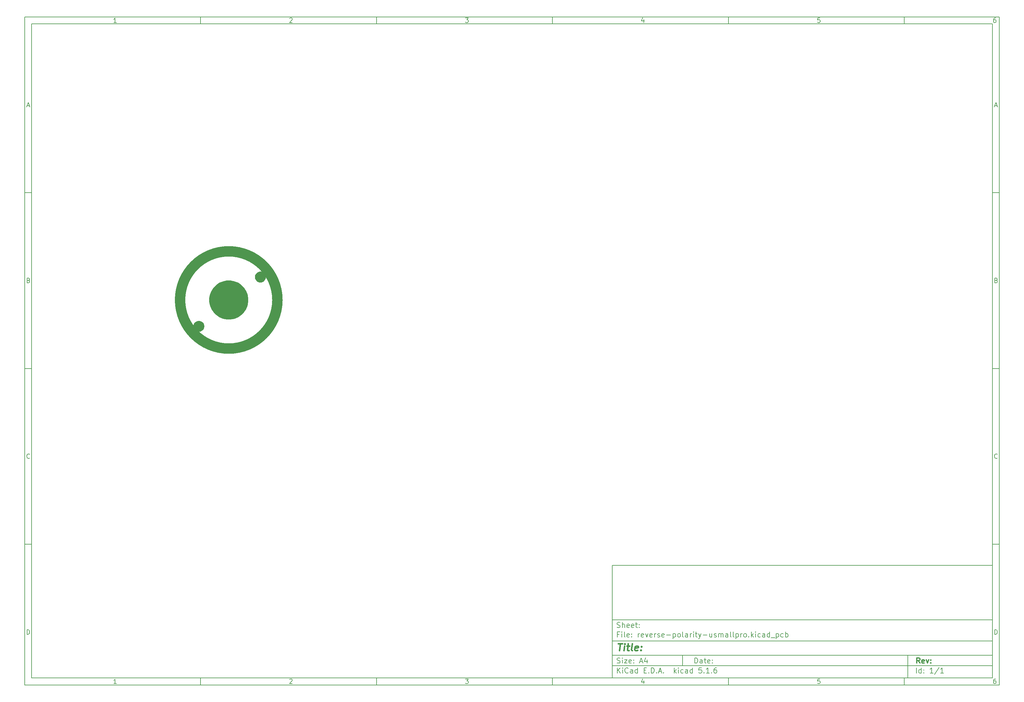
<source format=gbr>
G04 #@! TF.GenerationSoftware,KiCad,Pcbnew,5.1.6*
G04 #@! TF.CreationDate,2020-09-05T15:35:29+02:00*
G04 #@! TF.ProjectId,reverse-polarity-usmallpro,72657665-7273-4652-9d70-6f6c61726974,rev?*
G04 #@! TF.SameCoordinates,Original*
G04 #@! TF.FileFunction,Soldermask,Bot*
G04 #@! TF.FilePolarity,Negative*
%FSLAX46Y46*%
G04 Gerber Fmt 4.6, Leading zero omitted, Abs format (unit mm)*
G04 Created by KiCad (PCBNEW 5.1.6) date 2020-09-05 15:35:29*
%MOMM*%
%LPD*%
G01*
G04 APERTURE LIST*
%ADD10C,0.100000*%
%ADD11C,0.150000*%
%ADD12C,0.300000*%
%ADD13C,0.400000*%
%ADD14C,3.000000*%
G04 APERTURE END LIST*
D10*
D11*
X177002200Y-166007200D02*
X177002200Y-198007200D01*
X285002200Y-198007200D01*
X285002200Y-166007200D01*
X177002200Y-166007200D01*
D10*
D11*
X10000000Y-10000000D02*
X10000000Y-200007200D01*
X287002200Y-200007200D01*
X287002200Y-10000000D01*
X10000000Y-10000000D01*
D10*
D11*
X12000000Y-12000000D02*
X12000000Y-198007200D01*
X285002200Y-198007200D01*
X285002200Y-12000000D01*
X12000000Y-12000000D01*
D10*
D11*
X60000000Y-12000000D02*
X60000000Y-10000000D01*
D10*
D11*
X110000000Y-12000000D02*
X110000000Y-10000000D01*
D10*
D11*
X160000000Y-12000000D02*
X160000000Y-10000000D01*
D10*
D11*
X210000000Y-12000000D02*
X210000000Y-10000000D01*
D10*
D11*
X260000000Y-12000000D02*
X260000000Y-10000000D01*
D10*
D11*
X36065476Y-11588095D02*
X35322619Y-11588095D01*
X35694047Y-11588095D02*
X35694047Y-10288095D01*
X35570238Y-10473809D01*
X35446428Y-10597619D01*
X35322619Y-10659523D01*
D10*
D11*
X85322619Y-10411904D02*
X85384523Y-10350000D01*
X85508333Y-10288095D01*
X85817857Y-10288095D01*
X85941666Y-10350000D01*
X86003571Y-10411904D01*
X86065476Y-10535714D01*
X86065476Y-10659523D01*
X86003571Y-10845238D01*
X85260714Y-11588095D01*
X86065476Y-11588095D01*
D10*
D11*
X135260714Y-10288095D02*
X136065476Y-10288095D01*
X135632142Y-10783333D01*
X135817857Y-10783333D01*
X135941666Y-10845238D01*
X136003571Y-10907142D01*
X136065476Y-11030952D01*
X136065476Y-11340476D01*
X136003571Y-11464285D01*
X135941666Y-11526190D01*
X135817857Y-11588095D01*
X135446428Y-11588095D01*
X135322619Y-11526190D01*
X135260714Y-11464285D01*
D10*
D11*
X185941666Y-10721428D02*
X185941666Y-11588095D01*
X185632142Y-10226190D02*
X185322619Y-11154761D01*
X186127380Y-11154761D01*
D10*
D11*
X236003571Y-10288095D02*
X235384523Y-10288095D01*
X235322619Y-10907142D01*
X235384523Y-10845238D01*
X235508333Y-10783333D01*
X235817857Y-10783333D01*
X235941666Y-10845238D01*
X236003571Y-10907142D01*
X236065476Y-11030952D01*
X236065476Y-11340476D01*
X236003571Y-11464285D01*
X235941666Y-11526190D01*
X235817857Y-11588095D01*
X235508333Y-11588095D01*
X235384523Y-11526190D01*
X235322619Y-11464285D01*
D10*
D11*
X285941666Y-10288095D02*
X285694047Y-10288095D01*
X285570238Y-10350000D01*
X285508333Y-10411904D01*
X285384523Y-10597619D01*
X285322619Y-10845238D01*
X285322619Y-11340476D01*
X285384523Y-11464285D01*
X285446428Y-11526190D01*
X285570238Y-11588095D01*
X285817857Y-11588095D01*
X285941666Y-11526190D01*
X286003571Y-11464285D01*
X286065476Y-11340476D01*
X286065476Y-11030952D01*
X286003571Y-10907142D01*
X285941666Y-10845238D01*
X285817857Y-10783333D01*
X285570238Y-10783333D01*
X285446428Y-10845238D01*
X285384523Y-10907142D01*
X285322619Y-11030952D01*
D10*
D11*
X60000000Y-198007200D02*
X60000000Y-200007200D01*
D10*
D11*
X110000000Y-198007200D02*
X110000000Y-200007200D01*
D10*
D11*
X160000000Y-198007200D02*
X160000000Y-200007200D01*
D10*
D11*
X210000000Y-198007200D02*
X210000000Y-200007200D01*
D10*
D11*
X260000000Y-198007200D02*
X260000000Y-200007200D01*
D10*
D11*
X36065476Y-199595295D02*
X35322619Y-199595295D01*
X35694047Y-199595295D02*
X35694047Y-198295295D01*
X35570238Y-198481009D01*
X35446428Y-198604819D01*
X35322619Y-198666723D01*
D10*
D11*
X85322619Y-198419104D02*
X85384523Y-198357200D01*
X85508333Y-198295295D01*
X85817857Y-198295295D01*
X85941666Y-198357200D01*
X86003571Y-198419104D01*
X86065476Y-198542914D01*
X86065476Y-198666723D01*
X86003571Y-198852438D01*
X85260714Y-199595295D01*
X86065476Y-199595295D01*
D10*
D11*
X135260714Y-198295295D02*
X136065476Y-198295295D01*
X135632142Y-198790533D01*
X135817857Y-198790533D01*
X135941666Y-198852438D01*
X136003571Y-198914342D01*
X136065476Y-199038152D01*
X136065476Y-199347676D01*
X136003571Y-199471485D01*
X135941666Y-199533390D01*
X135817857Y-199595295D01*
X135446428Y-199595295D01*
X135322619Y-199533390D01*
X135260714Y-199471485D01*
D10*
D11*
X185941666Y-198728628D02*
X185941666Y-199595295D01*
X185632142Y-198233390D02*
X185322619Y-199161961D01*
X186127380Y-199161961D01*
D10*
D11*
X236003571Y-198295295D02*
X235384523Y-198295295D01*
X235322619Y-198914342D01*
X235384523Y-198852438D01*
X235508333Y-198790533D01*
X235817857Y-198790533D01*
X235941666Y-198852438D01*
X236003571Y-198914342D01*
X236065476Y-199038152D01*
X236065476Y-199347676D01*
X236003571Y-199471485D01*
X235941666Y-199533390D01*
X235817857Y-199595295D01*
X235508333Y-199595295D01*
X235384523Y-199533390D01*
X235322619Y-199471485D01*
D10*
D11*
X285941666Y-198295295D02*
X285694047Y-198295295D01*
X285570238Y-198357200D01*
X285508333Y-198419104D01*
X285384523Y-198604819D01*
X285322619Y-198852438D01*
X285322619Y-199347676D01*
X285384523Y-199471485D01*
X285446428Y-199533390D01*
X285570238Y-199595295D01*
X285817857Y-199595295D01*
X285941666Y-199533390D01*
X286003571Y-199471485D01*
X286065476Y-199347676D01*
X286065476Y-199038152D01*
X286003571Y-198914342D01*
X285941666Y-198852438D01*
X285817857Y-198790533D01*
X285570238Y-198790533D01*
X285446428Y-198852438D01*
X285384523Y-198914342D01*
X285322619Y-199038152D01*
D10*
D11*
X10000000Y-60000000D02*
X12000000Y-60000000D01*
D10*
D11*
X10000000Y-110000000D02*
X12000000Y-110000000D01*
D10*
D11*
X10000000Y-160000000D02*
X12000000Y-160000000D01*
D10*
D11*
X10690476Y-35216666D02*
X11309523Y-35216666D01*
X10566666Y-35588095D02*
X11000000Y-34288095D01*
X11433333Y-35588095D01*
D10*
D11*
X11092857Y-84907142D02*
X11278571Y-84969047D01*
X11340476Y-85030952D01*
X11402380Y-85154761D01*
X11402380Y-85340476D01*
X11340476Y-85464285D01*
X11278571Y-85526190D01*
X11154761Y-85588095D01*
X10659523Y-85588095D01*
X10659523Y-84288095D01*
X11092857Y-84288095D01*
X11216666Y-84350000D01*
X11278571Y-84411904D01*
X11340476Y-84535714D01*
X11340476Y-84659523D01*
X11278571Y-84783333D01*
X11216666Y-84845238D01*
X11092857Y-84907142D01*
X10659523Y-84907142D01*
D10*
D11*
X11402380Y-135464285D02*
X11340476Y-135526190D01*
X11154761Y-135588095D01*
X11030952Y-135588095D01*
X10845238Y-135526190D01*
X10721428Y-135402380D01*
X10659523Y-135278571D01*
X10597619Y-135030952D01*
X10597619Y-134845238D01*
X10659523Y-134597619D01*
X10721428Y-134473809D01*
X10845238Y-134350000D01*
X11030952Y-134288095D01*
X11154761Y-134288095D01*
X11340476Y-134350000D01*
X11402380Y-134411904D01*
D10*
D11*
X10659523Y-185588095D02*
X10659523Y-184288095D01*
X10969047Y-184288095D01*
X11154761Y-184350000D01*
X11278571Y-184473809D01*
X11340476Y-184597619D01*
X11402380Y-184845238D01*
X11402380Y-185030952D01*
X11340476Y-185278571D01*
X11278571Y-185402380D01*
X11154761Y-185526190D01*
X10969047Y-185588095D01*
X10659523Y-185588095D01*
D10*
D11*
X287002200Y-60000000D02*
X285002200Y-60000000D01*
D10*
D11*
X287002200Y-110000000D02*
X285002200Y-110000000D01*
D10*
D11*
X287002200Y-160000000D02*
X285002200Y-160000000D01*
D10*
D11*
X285692676Y-35216666D02*
X286311723Y-35216666D01*
X285568866Y-35588095D02*
X286002200Y-34288095D01*
X286435533Y-35588095D01*
D10*
D11*
X286095057Y-84907142D02*
X286280771Y-84969047D01*
X286342676Y-85030952D01*
X286404580Y-85154761D01*
X286404580Y-85340476D01*
X286342676Y-85464285D01*
X286280771Y-85526190D01*
X286156961Y-85588095D01*
X285661723Y-85588095D01*
X285661723Y-84288095D01*
X286095057Y-84288095D01*
X286218866Y-84350000D01*
X286280771Y-84411904D01*
X286342676Y-84535714D01*
X286342676Y-84659523D01*
X286280771Y-84783333D01*
X286218866Y-84845238D01*
X286095057Y-84907142D01*
X285661723Y-84907142D01*
D10*
D11*
X286404580Y-135464285D02*
X286342676Y-135526190D01*
X286156961Y-135588095D01*
X286033152Y-135588095D01*
X285847438Y-135526190D01*
X285723628Y-135402380D01*
X285661723Y-135278571D01*
X285599819Y-135030952D01*
X285599819Y-134845238D01*
X285661723Y-134597619D01*
X285723628Y-134473809D01*
X285847438Y-134350000D01*
X286033152Y-134288095D01*
X286156961Y-134288095D01*
X286342676Y-134350000D01*
X286404580Y-134411904D01*
D10*
D11*
X285661723Y-185588095D02*
X285661723Y-184288095D01*
X285971247Y-184288095D01*
X286156961Y-184350000D01*
X286280771Y-184473809D01*
X286342676Y-184597619D01*
X286404580Y-184845238D01*
X286404580Y-185030952D01*
X286342676Y-185278571D01*
X286280771Y-185402380D01*
X286156961Y-185526190D01*
X285971247Y-185588095D01*
X285661723Y-185588095D01*
D10*
D11*
X200434342Y-193785771D02*
X200434342Y-192285771D01*
X200791485Y-192285771D01*
X201005771Y-192357200D01*
X201148628Y-192500057D01*
X201220057Y-192642914D01*
X201291485Y-192928628D01*
X201291485Y-193142914D01*
X201220057Y-193428628D01*
X201148628Y-193571485D01*
X201005771Y-193714342D01*
X200791485Y-193785771D01*
X200434342Y-193785771D01*
X202577200Y-193785771D02*
X202577200Y-193000057D01*
X202505771Y-192857200D01*
X202362914Y-192785771D01*
X202077200Y-192785771D01*
X201934342Y-192857200D01*
X202577200Y-193714342D02*
X202434342Y-193785771D01*
X202077200Y-193785771D01*
X201934342Y-193714342D01*
X201862914Y-193571485D01*
X201862914Y-193428628D01*
X201934342Y-193285771D01*
X202077200Y-193214342D01*
X202434342Y-193214342D01*
X202577200Y-193142914D01*
X203077200Y-192785771D02*
X203648628Y-192785771D01*
X203291485Y-192285771D02*
X203291485Y-193571485D01*
X203362914Y-193714342D01*
X203505771Y-193785771D01*
X203648628Y-193785771D01*
X204720057Y-193714342D02*
X204577200Y-193785771D01*
X204291485Y-193785771D01*
X204148628Y-193714342D01*
X204077200Y-193571485D01*
X204077200Y-193000057D01*
X204148628Y-192857200D01*
X204291485Y-192785771D01*
X204577200Y-192785771D01*
X204720057Y-192857200D01*
X204791485Y-193000057D01*
X204791485Y-193142914D01*
X204077200Y-193285771D01*
X205434342Y-193642914D02*
X205505771Y-193714342D01*
X205434342Y-193785771D01*
X205362914Y-193714342D01*
X205434342Y-193642914D01*
X205434342Y-193785771D01*
X205434342Y-192857200D02*
X205505771Y-192928628D01*
X205434342Y-193000057D01*
X205362914Y-192928628D01*
X205434342Y-192857200D01*
X205434342Y-193000057D01*
D10*
D11*
X177002200Y-194507200D02*
X285002200Y-194507200D01*
D10*
D11*
X178434342Y-196585771D02*
X178434342Y-195085771D01*
X179291485Y-196585771D02*
X178648628Y-195728628D01*
X179291485Y-195085771D02*
X178434342Y-195942914D01*
X179934342Y-196585771D02*
X179934342Y-195585771D01*
X179934342Y-195085771D02*
X179862914Y-195157200D01*
X179934342Y-195228628D01*
X180005771Y-195157200D01*
X179934342Y-195085771D01*
X179934342Y-195228628D01*
X181505771Y-196442914D02*
X181434342Y-196514342D01*
X181220057Y-196585771D01*
X181077200Y-196585771D01*
X180862914Y-196514342D01*
X180720057Y-196371485D01*
X180648628Y-196228628D01*
X180577200Y-195942914D01*
X180577200Y-195728628D01*
X180648628Y-195442914D01*
X180720057Y-195300057D01*
X180862914Y-195157200D01*
X181077200Y-195085771D01*
X181220057Y-195085771D01*
X181434342Y-195157200D01*
X181505771Y-195228628D01*
X182791485Y-196585771D02*
X182791485Y-195800057D01*
X182720057Y-195657200D01*
X182577200Y-195585771D01*
X182291485Y-195585771D01*
X182148628Y-195657200D01*
X182791485Y-196514342D02*
X182648628Y-196585771D01*
X182291485Y-196585771D01*
X182148628Y-196514342D01*
X182077200Y-196371485D01*
X182077200Y-196228628D01*
X182148628Y-196085771D01*
X182291485Y-196014342D01*
X182648628Y-196014342D01*
X182791485Y-195942914D01*
X184148628Y-196585771D02*
X184148628Y-195085771D01*
X184148628Y-196514342D02*
X184005771Y-196585771D01*
X183720057Y-196585771D01*
X183577200Y-196514342D01*
X183505771Y-196442914D01*
X183434342Y-196300057D01*
X183434342Y-195871485D01*
X183505771Y-195728628D01*
X183577200Y-195657200D01*
X183720057Y-195585771D01*
X184005771Y-195585771D01*
X184148628Y-195657200D01*
X186005771Y-195800057D02*
X186505771Y-195800057D01*
X186720057Y-196585771D02*
X186005771Y-196585771D01*
X186005771Y-195085771D01*
X186720057Y-195085771D01*
X187362914Y-196442914D02*
X187434342Y-196514342D01*
X187362914Y-196585771D01*
X187291485Y-196514342D01*
X187362914Y-196442914D01*
X187362914Y-196585771D01*
X188077200Y-196585771D02*
X188077200Y-195085771D01*
X188434342Y-195085771D01*
X188648628Y-195157200D01*
X188791485Y-195300057D01*
X188862914Y-195442914D01*
X188934342Y-195728628D01*
X188934342Y-195942914D01*
X188862914Y-196228628D01*
X188791485Y-196371485D01*
X188648628Y-196514342D01*
X188434342Y-196585771D01*
X188077200Y-196585771D01*
X189577200Y-196442914D02*
X189648628Y-196514342D01*
X189577200Y-196585771D01*
X189505771Y-196514342D01*
X189577200Y-196442914D01*
X189577200Y-196585771D01*
X190220057Y-196157200D02*
X190934342Y-196157200D01*
X190077200Y-196585771D02*
X190577200Y-195085771D01*
X191077200Y-196585771D01*
X191577200Y-196442914D02*
X191648628Y-196514342D01*
X191577200Y-196585771D01*
X191505771Y-196514342D01*
X191577200Y-196442914D01*
X191577200Y-196585771D01*
X194577200Y-196585771D02*
X194577200Y-195085771D01*
X194720057Y-196014342D02*
X195148628Y-196585771D01*
X195148628Y-195585771D02*
X194577200Y-196157200D01*
X195791485Y-196585771D02*
X195791485Y-195585771D01*
X195791485Y-195085771D02*
X195720057Y-195157200D01*
X195791485Y-195228628D01*
X195862914Y-195157200D01*
X195791485Y-195085771D01*
X195791485Y-195228628D01*
X197148628Y-196514342D02*
X197005771Y-196585771D01*
X196720057Y-196585771D01*
X196577200Y-196514342D01*
X196505771Y-196442914D01*
X196434342Y-196300057D01*
X196434342Y-195871485D01*
X196505771Y-195728628D01*
X196577200Y-195657200D01*
X196720057Y-195585771D01*
X197005771Y-195585771D01*
X197148628Y-195657200D01*
X198434342Y-196585771D02*
X198434342Y-195800057D01*
X198362914Y-195657200D01*
X198220057Y-195585771D01*
X197934342Y-195585771D01*
X197791485Y-195657200D01*
X198434342Y-196514342D02*
X198291485Y-196585771D01*
X197934342Y-196585771D01*
X197791485Y-196514342D01*
X197720057Y-196371485D01*
X197720057Y-196228628D01*
X197791485Y-196085771D01*
X197934342Y-196014342D01*
X198291485Y-196014342D01*
X198434342Y-195942914D01*
X199791485Y-196585771D02*
X199791485Y-195085771D01*
X199791485Y-196514342D02*
X199648628Y-196585771D01*
X199362914Y-196585771D01*
X199220057Y-196514342D01*
X199148628Y-196442914D01*
X199077200Y-196300057D01*
X199077200Y-195871485D01*
X199148628Y-195728628D01*
X199220057Y-195657200D01*
X199362914Y-195585771D01*
X199648628Y-195585771D01*
X199791485Y-195657200D01*
X202362914Y-195085771D02*
X201648628Y-195085771D01*
X201577200Y-195800057D01*
X201648628Y-195728628D01*
X201791485Y-195657200D01*
X202148628Y-195657200D01*
X202291485Y-195728628D01*
X202362914Y-195800057D01*
X202434342Y-195942914D01*
X202434342Y-196300057D01*
X202362914Y-196442914D01*
X202291485Y-196514342D01*
X202148628Y-196585771D01*
X201791485Y-196585771D01*
X201648628Y-196514342D01*
X201577200Y-196442914D01*
X203077200Y-196442914D02*
X203148628Y-196514342D01*
X203077200Y-196585771D01*
X203005771Y-196514342D01*
X203077200Y-196442914D01*
X203077200Y-196585771D01*
X204577200Y-196585771D02*
X203720057Y-196585771D01*
X204148628Y-196585771D02*
X204148628Y-195085771D01*
X204005771Y-195300057D01*
X203862914Y-195442914D01*
X203720057Y-195514342D01*
X205220057Y-196442914D02*
X205291485Y-196514342D01*
X205220057Y-196585771D01*
X205148628Y-196514342D01*
X205220057Y-196442914D01*
X205220057Y-196585771D01*
X206577200Y-195085771D02*
X206291485Y-195085771D01*
X206148628Y-195157200D01*
X206077200Y-195228628D01*
X205934342Y-195442914D01*
X205862914Y-195728628D01*
X205862914Y-196300057D01*
X205934342Y-196442914D01*
X206005771Y-196514342D01*
X206148628Y-196585771D01*
X206434342Y-196585771D01*
X206577200Y-196514342D01*
X206648628Y-196442914D01*
X206720057Y-196300057D01*
X206720057Y-195942914D01*
X206648628Y-195800057D01*
X206577200Y-195728628D01*
X206434342Y-195657200D01*
X206148628Y-195657200D01*
X206005771Y-195728628D01*
X205934342Y-195800057D01*
X205862914Y-195942914D01*
D10*
D11*
X177002200Y-191507200D02*
X285002200Y-191507200D01*
D10*
D12*
X264411485Y-193785771D02*
X263911485Y-193071485D01*
X263554342Y-193785771D02*
X263554342Y-192285771D01*
X264125771Y-192285771D01*
X264268628Y-192357200D01*
X264340057Y-192428628D01*
X264411485Y-192571485D01*
X264411485Y-192785771D01*
X264340057Y-192928628D01*
X264268628Y-193000057D01*
X264125771Y-193071485D01*
X263554342Y-193071485D01*
X265625771Y-193714342D02*
X265482914Y-193785771D01*
X265197200Y-193785771D01*
X265054342Y-193714342D01*
X264982914Y-193571485D01*
X264982914Y-193000057D01*
X265054342Y-192857200D01*
X265197200Y-192785771D01*
X265482914Y-192785771D01*
X265625771Y-192857200D01*
X265697200Y-193000057D01*
X265697200Y-193142914D01*
X264982914Y-193285771D01*
X266197200Y-192785771D02*
X266554342Y-193785771D01*
X266911485Y-192785771D01*
X267482914Y-193642914D02*
X267554342Y-193714342D01*
X267482914Y-193785771D01*
X267411485Y-193714342D01*
X267482914Y-193642914D01*
X267482914Y-193785771D01*
X267482914Y-192857200D02*
X267554342Y-192928628D01*
X267482914Y-193000057D01*
X267411485Y-192928628D01*
X267482914Y-192857200D01*
X267482914Y-193000057D01*
D10*
D11*
X178362914Y-193714342D02*
X178577200Y-193785771D01*
X178934342Y-193785771D01*
X179077200Y-193714342D01*
X179148628Y-193642914D01*
X179220057Y-193500057D01*
X179220057Y-193357200D01*
X179148628Y-193214342D01*
X179077200Y-193142914D01*
X178934342Y-193071485D01*
X178648628Y-193000057D01*
X178505771Y-192928628D01*
X178434342Y-192857200D01*
X178362914Y-192714342D01*
X178362914Y-192571485D01*
X178434342Y-192428628D01*
X178505771Y-192357200D01*
X178648628Y-192285771D01*
X179005771Y-192285771D01*
X179220057Y-192357200D01*
X179862914Y-193785771D02*
X179862914Y-192785771D01*
X179862914Y-192285771D02*
X179791485Y-192357200D01*
X179862914Y-192428628D01*
X179934342Y-192357200D01*
X179862914Y-192285771D01*
X179862914Y-192428628D01*
X180434342Y-192785771D02*
X181220057Y-192785771D01*
X180434342Y-193785771D01*
X181220057Y-193785771D01*
X182362914Y-193714342D02*
X182220057Y-193785771D01*
X181934342Y-193785771D01*
X181791485Y-193714342D01*
X181720057Y-193571485D01*
X181720057Y-193000057D01*
X181791485Y-192857200D01*
X181934342Y-192785771D01*
X182220057Y-192785771D01*
X182362914Y-192857200D01*
X182434342Y-193000057D01*
X182434342Y-193142914D01*
X181720057Y-193285771D01*
X183077200Y-193642914D02*
X183148628Y-193714342D01*
X183077200Y-193785771D01*
X183005771Y-193714342D01*
X183077200Y-193642914D01*
X183077200Y-193785771D01*
X183077200Y-192857200D02*
X183148628Y-192928628D01*
X183077200Y-193000057D01*
X183005771Y-192928628D01*
X183077200Y-192857200D01*
X183077200Y-193000057D01*
X184862914Y-193357200D02*
X185577200Y-193357200D01*
X184720057Y-193785771D02*
X185220057Y-192285771D01*
X185720057Y-193785771D01*
X186862914Y-192785771D02*
X186862914Y-193785771D01*
X186505771Y-192214342D02*
X186148628Y-193285771D01*
X187077200Y-193285771D01*
D10*
D11*
X263434342Y-196585771D02*
X263434342Y-195085771D01*
X264791485Y-196585771D02*
X264791485Y-195085771D01*
X264791485Y-196514342D02*
X264648628Y-196585771D01*
X264362914Y-196585771D01*
X264220057Y-196514342D01*
X264148628Y-196442914D01*
X264077200Y-196300057D01*
X264077200Y-195871485D01*
X264148628Y-195728628D01*
X264220057Y-195657200D01*
X264362914Y-195585771D01*
X264648628Y-195585771D01*
X264791485Y-195657200D01*
X265505771Y-196442914D02*
X265577200Y-196514342D01*
X265505771Y-196585771D01*
X265434342Y-196514342D01*
X265505771Y-196442914D01*
X265505771Y-196585771D01*
X265505771Y-195657200D02*
X265577200Y-195728628D01*
X265505771Y-195800057D01*
X265434342Y-195728628D01*
X265505771Y-195657200D01*
X265505771Y-195800057D01*
X268148628Y-196585771D02*
X267291485Y-196585771D01*
X267720057Y-196585771D02*
X267720057Y-195085771D01*
X267577200Y-195300057D01*
X267434342Y-195442914D01*
X267291485Y-195514342D01*
X269862914Y-195014342D02*
X268577200Y-196942914D01*
X271148628Y-196585771D02*
X270291485Y-196585771D01*
X270720057Y-196585771D02*
X270720057Y-195085771D01*
X270577200Y-195300057D01*
X270434342Y-195442914D01*
X270291485Y-195514342D01*
D10*
D11*
X177002200Y-187507200D02*
X285002200Y-187507200D01*
D10*
D13*
X178714580Y-188211961D02*
X179857438Y-188211961D01*
X179036009Y-190211961D02*
X179286009Y-188211961D01*
X180274104Y-190211961D02*
X180440771Y-188878628D01*
X180524104Y-188211961D02*
X180416961Y-188307200D01*
X180500295Y-188402438D01*
X180607438Y-188307200D01*
X180524104Y-188211961D01*
X180500295Y-188402438D01*
X181107438Y-188878628D02*
X181869342Y-188878628D01*
X181476485Y-188211961D02*
X181262200Y-189926247D01*
X181333628Y-190116723D01*
X181512200Y-190211961D01*
X181702676Y-190211961D01*
X182655057Y-190211961D02*
X182476485Y-190116723D01*
X182405057Y-189926247D01*
X182619342Y-188211961D01*
X184190771Y-190116723D02*
X183988390Y-190211961D01*
X183607438Y-190211961D01*
X183428866Y-190116723D01*
X183357438Y-189926247D01*
X183452676Y-189164342D01*
X183571723Y-188973866D01*
X183774104Y-188878628D01*
X184155057Y-188878628D01*
X184333628Y-188973866D01*
X184405057Y-189164342D01*
X184381247Y-189354819D01*
X183405057Y-189545295D01*
X185155057Y-190021485D02*
X185238390Y-190116723D01*
X185131247Y-190211961D01*
X185047914Y-190116723D01*
X185155057Y-190021485D01*
X185131247Y-190211961D01*
X185286009Y-188973866D02*
X185369342Y-189069104D01*
X185262200Y-189164342D01*
X185178866Y-189069104D01*
X185286009Y-188973866D01*
X185262200Y-189164342D01*
D10*
D11*
X178934342Y-185600057D02*
X178434342Y-185600057D01*
X178434342Y-186385771D02*
X178434342Y-184885771D01*
X179148628Y-184885771D01*
X179720057Y-186385771D02*
X179720057Y-185385771D01*
X179720057Y-184885771D02*
X179648628Y-184957200D01*
X179720057Y-185028628D01*
X179791485Y-184957200D01*
X179720057Y-184885771D01*
X179720057Y-185028628D01*
X180648628Y-186385771D02*
X180505771Y-186314342D01*
X180434342Y-186171485D01*
X180434342Y-184885771D01*
X181791485Y-186314342D02*
X181648628Y-186385771D01*
X181362914Y-186385771D01*
X181220057Y-186314342D01*
X181148628Y-186171485D01*
X181148628Y-185600057D01*
X181220057Y-185457200D01*
X181362914Y-185385771D01*
X181648628Y-185385771D01*
X181791485Y-185457200D01*
X181862914Y-185600057D01*
X181862914Y-185742914D01*
X181148628Y-185885771D01*
X182505771Y-186242914D02*
X182577200Y-186314342D01*
X182505771Y-186385771D01*
X182434342Y-186314342D01*
X182505771Y-186242914D01*
X182505771Y-186385771D01*
X182505771Y-185457200D02*
X182577200Y-185528628D01*
X182505771Y-185600057D01*
X182434342Y-185528628D01*
X182505771Y-185457200D01*
X182505771Y-185600057D01*
X184362914Y-186385771D02*
X184362914Y-185385771D01*
X184362914Y-185671485D02*
X184434342Y-185528628D01*
X184505771Y-185457200D01*
X184648628Y-185385771D01*
X184791485Y-185385771D01*
X185862914Y-186314342D02*
X185720057Y-186385771D01*
X185434342Y-186385771D01*
X185291485Y-186314342D01*
X185220057Y-186171485D01*
X185220057Y-185600057D01*
X185291485Y-185457200D01*
X185434342Y-185385771D01*
X185720057Y-185385771D01*
X185862914Y-185457200D01*
X185934342Y-185600057D01*
X185934342Y-185742914D01*
X185220057Y-185885771D01*
X186434342Y-185385771D02*
X186791485Y-186385771D01*
X187148628Y-185385771D01*
X188291485Y-186314342D02*
X188148628Y-186385771D01*
X187862914Y-186385771D01*
X187720057Y-186314342D01*
X187648628Y-186171485D01*
X187648628Y-185600057D01*
X187720057Y-185457200D01*
X187862914Y-185385771D01*
X188148628Y-185385771D01*
X188291485Y-185457200D01*
X188362914Y-185600057D01*
X188362914Y-185742914D01*
X187648628Y-185885771D01*
X189005771Y-186385771D02*
X189005771Y-185385771D01*
X189005771Y-185671485D02*
X189077200Y-185528628D01*
X189148628Y-185457200D01*
X189291485Y-185385771D01*
X189434342Y-185385771D01*
X189862914Y-186314342D02*
X190005771Y-186385771D01*
X190291485Y-186385771D01*
X190434342Y-186314342D01*
X190505771Y-186171485D01*
X190505771Y-186100057D01*
X190434342Y-185957200D01*
X190291485Y-185885771D01*
X190077200Y-185885771D01*
X189934342Y-185814342D01*
X189862914Y-185671485D01*
X189862914Y-185600057D01*
X189934342Y-185457200D01*
X190077200Y-185385771D01*
X190291485Y-185385771D01*
X190434342Y-185457200D01*
X191720057Y-186314342D02*
X191577200Y-186385771D01*
X191291485Y-186385771D01*
X191148628Y-186314342D01*
X191077200Y-186171485D01*
X191077200Y-185600057D01*
X191148628Y-185457200D01*
X191291485Y-185385771D01*
X191577200Y-185385771D01*
X191720057Y-185457200D01*
X191791485Y-185600057D01*
X191791485Y-185742914D01*
X191077200Y-185885771D01*
X192434342Y-185814342D02*
X193577200Y-185814342D01*
X194291485Y-185385771D02*
X194291485Y-186885771D01*
X194291485Y-185457200D02*
X194434342Y-185385771D01*
X194720057Y-185385771D01*
X194862914Y-185457200D01*
X194934342Y-185528628D01*
X195005771Y-185671485D01*
X195005771Y-186100057D01*
X194934342Y-186242914D01*
X194862914Y-186314342D01*
X194720057Y-186385771D01*
X194434342Y-186385771D01*
X194291485Y-186314342D01*
X195862914Y-186385771D02*
X195720057Y-186314342D01*
X195648628Y-186242914D01*
X195577200Y-186100057D01*
X195577200Y-185671485D01*
X195648628Y-185528628D01*
X195720057Y-185457200D01*
X195862914Y-185385771D01*
X196077200Y-185385771D01*
X196220057Y-185457200D01*
X196291485Y-185528628D01*
X196362914Y-185671485D01*
X196362914Y-186100057D01*
X196291485Y-186242914D01*
X196220057Y-186314342D01*
X196077200Y-186385771D01*
X195862914Y-186385771D01*
X197220057Y-186385771D02*
X197077200Y-186314342D01*
X197005771Y-186171485D01*
X197005771Y-184885771D01*
X198434342Y-186385771D02*
X198434342Y-185600057D01*
X198362914Y-185457200D01*
X198220057Y-185385771D01*
X197934342Y-185385771D01*
X197791485Y-185457200D01*
X198434342Y-186314342D02*
X198291485Y-186385771D01*
X197934342Y-186385771D01*
X197791485Y-186314342D01*
X197720057Y-186171485D01*
X197720057Y-186028628D01*
X197791485Y-185885771D01*
X197934342Y-185814342D01*
X198291485Y-185814342D01*
X198434342Y-185742914D01*
X199148628Y-186385771D02*
X199148628Y-185385771D01*
X199148628Y-185671485D02*
X199220057Y-185528628D01*
X199291485Y-185457200D01*
X199434342Y-185385771D01*
X199577200Y-185385771D01*
X200077200Y-186385771D02*
X200077200Y-185385771D01*
X200077200Y-184885771D02*
X200005771Y-184957200D01*
X200077200Y-185028628D01*
X200148628Y-184957200D01*
X200077200Y-184885771D01*
X200077200Y-185028628D01*
X200577200Y-185385771D02*
X201148628Y-185385771D01*
X200791485Y-184885771D02*
X200791485Y-186171485D01*
X200862914Y-186314342D01*
X201005771Y-186385771D01*
X201148628Y-186385771D01*
X201505771Y-185385771D02*
X201862914Y-186385771D01*
X202220057Y-185385771D02*
X201862914Y-186385771D01*
X201720057Y-186742914D01*
X201648628Y-186814342D01*
X201505771Y-186885771D01*
X202791485Y-185814342D02*
X203934342Y-185814342D01*
X205291485Y-185385771D02*
X205291485Y-186385771D01*
X204648628Y-185385771D02*
X204648628Y-186171485D01*
X204720057Y-186314342D01*
X204862914Y-186385771D01*
X205077200Y-186385771D01*
X205220057Y-186314342D01*
X205291485Y-186242914D01*
X205934342Y-186314342D02*
X206077200Y-186385771D01*
X206362914Y-186385771D01*
X206505771Y-186314342D01*
X206577200Y-186171485D01*
X206577200Y-186100057D01*
X206505771Y-185957200D01*
X206362914Y-185885771D01*
X206148628Y-185885771D01*
X206005771Y-185814342D01*
X205934342Y-185671485D01*
X205934342Y-185600057D01*
X206005771Y-185457200D01*
X206148628Y-185385771D01*
X206362914Y-185385771D01*
X206505771Y-185457200D01*
X207220057Y-186385771D02*
X207220057Y-185385771D01*
X207220057Y-185528628D02*
X207291485Y-185457200D01*
X207434342Y-185385771D01*
X207648628Y-185385771D01*
X207791485Y-185457200D01*
X207862914Y-185600057D01*
X207862914Y-186385771D01*
X207862914Y-185600057D02*
X207934342Y-185457200D01*
X208077200Y-185385771D01*
X208291485Y-185385771D01*
X208434342Y-185457200D01*
X208505771Y-185600057D01*
X208505771Y-186385771D01*
X209862914Y-186385771D02*
X209862914Y-185600057D01*
X209791485Y-185457200D01*
X209648628Y-185385771D01*
X209362914Y-185385771D01*
X209220057Y-185457200D01*
X209862914Y-186314342D02*
X209720057Y-186385771D01*
X209362914Y-186385771D01*
X209220057Y-186314342D01*
X209148628Y-186171485D01*
X209148628Y-186028628D01*
X209220057Y-185885771D01*
X209362914Y-185814342D01*
X209720057Y-185814342D01*
X209862914Y-185742914D01*
X210791485Y-186385771D02*
X210648628Y-186314342D01*
X210577200Y-186171485D01*
X210577200Y-184885771D01*
X211577200Y-186385771D02*
X211434342Y-186314342D01*
X211362914Y-186171485D01*
X211362914Y-184885771D01*
X212148628Y-185385771D02*
X212148628Y-186885771D01*
X212148628Y-185457200D02*
X212291485Y-185385771D01*
X212577200Y-185385771D01*
X212720057Y-185457200D01*
X212791485Y-185528628D01*
X212862914Y-185671485D01*
X212862914Y-186100057D01*
X212791485Y-186242914D01*
X212720057Y-186314342D01*
X212577200Y-186385771D01*
X212291485Y-186385771D01*
X212148628Y-186314342D01*
X213505771Y-186385771D02*
X213505771Y-185385771D01*
X213505771Y-185671485D02*
X213577200Y-185528628D01*
X213648628Y-185457200D01*
X213791485Y-185385771D01*
X213934342Y-185385771D01*
X214648628Y-186385771D02*
X214505771Y-186314342D01*
X214434342Y-186242914D01*
X214362914Y-186100057D01*
X214362914Y-185671485D01*
X214434342Y-185528628D01*
X214505771Y-185457200D01*
X214648628Y-185385771D01*
X214862914Y-185385771D01*
X215005771Y-185457200D01*
X215077200Y-185528628D01*
X215148628Y-185671485D01*
X215148628Y-186100057D01*
X215077200Y-186242914D01*
X215005771Y-186314342D01*
X214862914Y-186385771D01*
X214648628Y-186385771D01*
X215791485Y-186242914D02*
X215862914Y-186314342D01*
X215791485Y-186385771D01*
X215720057Y-186314342D01*
X215791485Y-186242914D01*
X215791485Y-186385771D01*
X216505771Y-186385771D02*
X216505771Y-184885771D01*
X216648628Y-185814342D02*
X217077200Y-186385771D01*
X217077200Y-185385771D02*
X216505771Y-185957200D01*
X217720057Y-186385771D02*
X217720057Y-185385771D01*
X217720057Y-184885771D02*
X217648628Y-184957200D01*
X217720057Y-185028628D01*
X217791485Y-184957200D01*
X217720057Y-184885771D01*
X217720057Y-185028628D01*
X219077200Y-186314342D02*
X218934342Y-186385771D01*
X218648628Y-186385771D01*
X218505771Y-186314342D01*
X218434342Y-186242914D01*
X218362914Y-186100057D01*
X218362914Y-185671485D01*
X218434342Y-185528628D01*
X218505771Y-185457200D01*
X218648628Y-185385771D01*
X218934342Y-185385771D01*
X219077200Y-185457200D01*
X220362914Y-186385771D02*
X220362914Y-185600057D01*
X220291485Y-185457200D01*
X220148628Y-185385771D01*
X219862914Y-185385771D01*
X219720057Y-185457200D01*
X220362914Y-186314342D02*
X220220057Y-186385771D01*
X219862914Y-186385771D01*
X219720057Y-186314342D01*
X219648628Y-186171485D01*
X219648628Y-186028628D01*
X219720057Y-185885771D01*
X219862914Y-185814342D01*
X220220057Y-185814342D01*
X220362914Y-185742914D01*
X221720057Y-186385771D02*
X221720057Y-184885771D01*
X221720057Y-186314342D02*
X221577200Y-186385771D01*
X221291485Y-186385771D01*
X221148628Y-186314342D01*
X221077200Y-186242914D01*
X221005771Y-186100057D01*
X221005771Y-185671485D01*
X221077200Y-185528628D01*
X221148628Y-185457200D01*
X221291485Y-185385771D01*
X221577200Y-185385771D01*
X221720057Y-185457200D01*
X222077200Y-186528628D02*
X223220057Y-186528628D01*
X223577200Y-185385771D02*
X223577200Y-186885771D01*
X223577200Y-185457200D02*
X223720057Y-185385771D01*
X224005771Y-185385771D01*
X224148628Y-185457200D01*
X224220057Y-185528628D01*
X224291485Y-185671485D01*
X224291485Y-186100057D01*
X224220057Y-186242914D01*
X224148628Y-186314342D01*
X224005771Y-186385771D01*
X223720057Y-186385771D01*
X223577200Y-186314342D01*
X225577200Y-186314342D02*
X225434342Y-186385771D01*
X225148628Y-186385771D01*
X225005771Y-186314342D01*
X224934342Y-186242914D01*
X224862914Y-186100057D01*
X224862914Y-185671485D01*
X224934342Y-185528628D01*
X225005771Y-185457200D01*
X225148628Y-185385771D01*
X225434342Y-185385771D01*
X225577200Y-185457200D01*
X226220057Y-186385771D02*
X226220057Y-184885771D01*
X226220057Y-185457200D02*
X226362914Y-185385771D01*
X226648628Y-185385771D01*
X226791485Y-185457200D01*
X226862914Y-185528628D01*
X226934342Y-185671485D01*
X226934342Y-186100057D01*
X226862914Y-186242914D01*
X226791485Y-186314342D01*
X226648628Y-186385771D01*
X226362914Y-186385771D01*
X226220057Y-186314342D01*
D10*
D11*
X177002200Y-181507200D02*
X285002200Y-181507200D01*
D10*
D11*
X178362914Y-183614342D02*
X178577200Y-183685771D01*
X178934342Y-183685771D01*
X179077200Y-183614342D01*
X179148628Y-183542914D01*
X179220057Y-183400057D01*
X179220057Y-183257200D01*
X179148628Y-183114342D01*
X179077200Y-183042914D01*
X178934342Y-182971485D01*
X178648628Y-182900057D01*
X178505771Y-182828628D01*
X178434342Y-182757200D01*
X178362914Y-182614342D01*
X178362914Y-182471485D01*
X178434342Y-182328628D01*
X178505771Y-182257200D01*
X178648628Y-182185771D01*
X179005771Y-182185771D01*
X179220057Y-182257200D01*
X179862914Y-183685771D02*
X179862914Y-182185771D01*
X180505771Y-183685771D02*
X180505771Y-182900057D01*
X180434342Y-182757200D01*
X180291485Y-182685771D01*
X180077200Y-182685771D01*
X179934342Y-182757200D01*
X179862914Y-182828628D01*
X181791485Y-183614342D02*
X181648628Y-183685771D01*
X181362914Y-183685771D01*
X181220057Y-183614342D01*
X181148628Y-183471485D01*
X181148628Y-182900057D01*
X181220057Y-182757200D01*
X181362914Y-182685771D01*
X181648628Y-182685771D01*
X181791485Y-182757200D01*
X181862914Y-182900057D01*
X181862914Y-183042914D01*
X181148628Y-183185771D01*
X183077200Y-183614342D02*
X182934342Y-183685771D01*
X182648628Y-183685771D01*
X182505771Y-183614342D01*
X182434342Y-183471485D01*
X182434342Y-182900057D01*
X182505771Y-182757200D01*
X182648628Y-182685771D01*
X182934342Y-182685771D01*
X183077200Y-182757200D01*
X183148628Y-182900057D01*
X183148628Y-183042914D01*
X182434342Y-183185771D01*
X183577200Y-182685771D02*
X184148628Y-182685771D01*
X183791485Y-182185771D02*
X183791485Y-183471485D01*
X183862914Y-183614342D01*
X184005771Y-183685771D01*
X184148628Y-183685771D01*
X184648628Y-183542914D02*
X184720057Y-183614342D01*
X184648628Y-183685771D01*
X184577200Y-183614342D01*
X184648628Y-183542914D01*
X184648628Y-183685771D01*
X184648628Y-182757200D02*
X184720057Y-182828628D01*
X184648628Y-182900057D01*
X184577200Y-182828628D01*
X184648628Y-182757200D01*
X184648628Y-182900057D01*
D10*
D11*
X197002200Y-191507200D02*
X197002200Y-194507200D01*
D10*
D11*
X261002200Y-191507200D02*
X261002200Y-198007200D01*
D14*
X81829317Y-90500000D02*
G75*
G03*
X81829317Y-90500000I-13829317J0D01*
G01*
D10*
G36*
X59802585Y-96478802D02*
G01*
X59952410Y-96508604D01*
X60234674Y-96625521D01*
X60488705Y-96795259D01*
X60704741Y-97011295D01*
X60874479Y-97265326D01*
X60991396Y-97547590D01*
X61051000Y-97847240D01*
X61051000Y-98152760D01*
X60991396Y-98452410D01*
X60874479Y-98734674D01*
X60704741Y-98988705D01*
X60488705Y-99204741D01*
X60234674Y-99374479D01*
X59952410Y-99491396D01*
X59802585Y-99521198D01*
X59652761Y-99551000D01*
X59347239Y-99551000D01*
X59197415Y-99521198D01*
X59047590Y-99491396D01*
X58765326Y-99374479D01*
X58511295Y-99204741D01*
X58295259Y-98988705D01*
X58125521Y-98734674D01*
X58008604Y-98452410D01*
X57949000Y-98152760D01*
X57949000Y-97847240D01*
X58008604Y-97547590D01*
X58125521Y-97265326D01*
X58295259Y-97011295D01*
X58511295Y-96795259D01*
X58765326Y-96625521D01*
X59047590Y-96508604D01*
X59197415Y-96478802D01*
X59347239Y-96449000D01*
X59652761Y-96449000D01*
X59802585Y-96478802D01*
G37*
G36*
X69619166Y-85162321D02*
G01*
X70557519Y-85551000D01*
X70629385Y-85580768D01*
X70858220Y-85733671D01*
X71538556Y-86188256D01*
X72311744Y-86961444D01*
X72919233Y-87870617D01*
X73337679Y-88880834D01*
X73551000Y-89953273D01*
X73551000Y-91046727D01*
X73337679Y-92119166D01*
X72919233Y-93129383D01*
X72311744Y-94038556D01*
X71538556Y-94811744D01*
X70858220Y-95266330D01*
X70629385Y-95419232D01*
X70629384Y-95419233D01*
X70629383Y-95419233D01*
X69619166Y-95837679D01*
X68546727Y-96051000D01*
X67453273Y-96051000D01*
X66380834Y-95837679D01*
X65370617Y-95419233D01*
X65370616Y-95419233D01*
X65370615Y-95419232D01*
X65141780Y-95266330D01*
X64461444Y-94811744D01*
X63688256Y-94038556D01*
X63080767Y-93129383D01*
X62662321Y-92119166D01*
X62449000Y-91046727D01*
X62449000Y-89953273D01*
X62662321Y-88880834D01*
X63080767Y-87870617D01*
X63688256Y-86961444D01*
X64461444Y-86188256D01*
X65141780Y-85733670D01*
X65370615Y-85580768D01*
X65442481Y-85551000D01*
X66380834Y-85162321D01*
X67453273Y-84949000D01*
X68546727Y-84949000D01*
X69619166Y-85162321D01*
G37*
G36*
X77302585Y-82478802D02*
G01*
X77452410Y-82508604D01*
X77734674Y-82625521D01*
X77988705Y-82795259D01*
X78204741Y-83011295D01*
X78374479Y-83265326D01*
X78491396Y-83547590D01*
X78551000Y-83847240D01*
X78551000Y-84152760D01*
X78491396Y-84452410D01*
X78374479Y-84734674D01*
X78204741Y-84988705D01*
X77988705Y-85204741D01*
X77734674Y-85374479D01*
X77452410Y-85491396D01*
X77302585Y-85521198D01*
X77152761Y-85551000D01*
X76847239Y-85551000D01*
X76697415Y-85521198D01*
X76547590Y-85491396D01*
X76265326Y-85374479D01*
X76011295Y-85204741D01*
X75795259Y-84988705D01*
X75625521Y-84734674D01*
X75508604Y-84452410D01*
X75449000Y-84152760D01*
X75449000Y-83847240D01*
X75508604Y-83547590D01*
X75625521Y-83265326D01*
X75795259Y-83011295D01*
X76011295Y-82795259D01*
X76265326Y-82625521D01*
X76547590Y-82508604D01*
X76697415Y-82478802D01*
X76847239Y-82449000D01*
X77152761Y-82449000D01*
X77302585Y-82478802D01*
G37*
M02*

</source>
